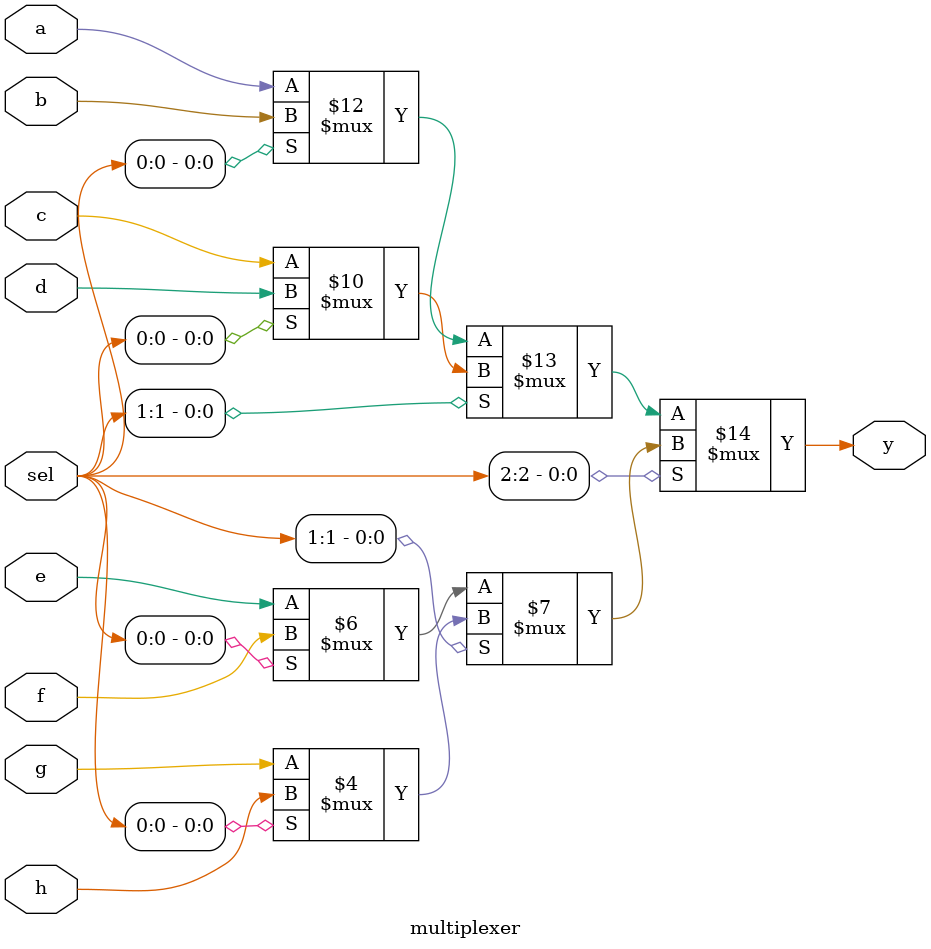
<source format=v>

module multiplexer(

    input wire a,
    input wire b,
    input wire c,
    input wire d,
    input wire e,
    input wire f,
    input wire g,
    input wire h,

    input wire [2:0] sel,

    output wire y
);

    assign y = (sel[2] == 1) ? ((sel[1] == 1) ? ((sel[0] == 1) ? h : g) : ((sel[0] == 1) ? f : e)) : ((sel[1] == 1) ? ((sel[0] == 1) ? d : c) : ((sel[0] == 1) ? b : a));
    // sel binary 000-111 (0-7)   |   (x ? y : z) = (if statement ? true : false)
endmodule
</source>
